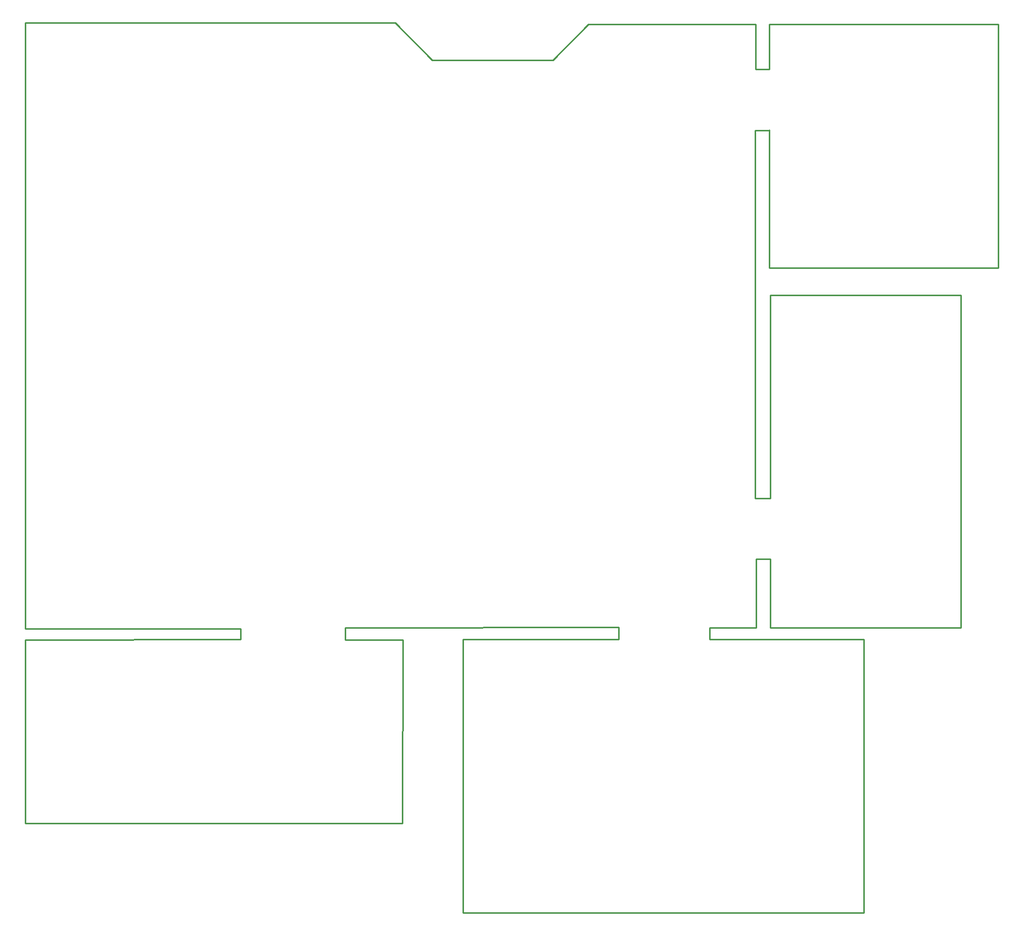
<source format=gko>
G04 Layer: BoardOutlineLayer*
G04 EasyEDA v6.5.42, 2024-02-23 22:21:14*
G04 3aace9d48a714ce2aeec92cc817ea311,70a670f4ca684169977cf979d80dc4ec,10*
G04 Gerber Generator version 0.2*
G04 Scale: 100 percent, Rotated: No, Reflected: No *
G04 Dimensions in millimeters *
G04 leading zeros omitted , absolute positions ,4 integer and 5 decimal *
%FSLAX45Y45*%
%MOMM*%

%ADD10C,0.2540*%
D10*
X8404733Y-2614523D02*
G01*
X8404697Y3548773D01*
X12471273Y5321198D02*
G01*
X12471273Y1244498D01*
X12471400Y5321300D02*
G01*
X8636000Y5321300D01*
X8636000Y4572000D01*
X8635875Y1244500D02*
G01*
X12471275Y1244500D01*
X8407400Y4572000D02*
G01*
X8407400Y5321300D01*
X-3825366Y5346598D02*
G01*
X2374011Y5346598D01*
X2996311Y4724298D01*
X5012309Y4724298D01*
X5610733Y5322976D01*
X8407400Y5321300D01*
X8407400Y4572000D02*
G01*
X8636000Y4572000D01*
X8636000Y3556000D02*
G01*
X8635873Y1244498D01*
X8636000Y3548773D02*
G01*
X8404697Y3548773D01*
X11846433Y-4786223D02*
G01*
X11846433Y789076D01*
X8658733Y789076D01*
X8658733Y-2614523D01*
X3505200Y-9563100D02*
G01*
X3505200Y-4978400D01*
X3505200Y-4978400D02*
G01*
X6118697Y-4976799D01*
X10220797Y-4976809D02*
G01*
X10220797Y-9561509D01*
X3505200Y-9563100D01*
X8658697Y-2614604D02*
G01*
X8404697Y-2614604D01*
X-3822700Y-4800600D02*
G01*
X-3825379Y5346692D01*
X-3822700Y-4800600D02*
G01*
X-215922Y-4799017D01*
X-3825366Y-4989423D02*
G01*
X-215900Y-4978400D01*
X-215922Y-4799017D01*
X-3825402Y-8062904D02*
G01*
X-3825366Y-4989423D01*
X2489200Y-8064500D02*
G01*
X-3825402Y-8062904D01*
X2501900Y-4991100D02*
G01*
X2489200Y-8064500D01*
X1533507Y-4989504D02*
G01*
X2501900Y-4991100D01*
X1533999Y-4786304D02*
G01*
X1533507Y-4989504D01*
X1533999Y-4786304D02*
G01*
X6118697Y-4773604D01*
X6118697Y-4773604D02*
G01*
X6118697Y-4976799D01*
X7642697Y-4976804D02*
G01*
X10220797Y-4976809D01*
X7642697Y-4786304D02*
G01*
X7642697Y-4976804D01*
X8658697Y-3630604D02*
G01*
X8417433Y-3630523D01*
X8417433Y-4786223D01*
X7642733Y-4786223D01*
X8658697Y-3630604D02*
G01*
X8658697Y-4786304D01*
X11846397Y-4786304D01*

%LPD*%
M02*

</source>
